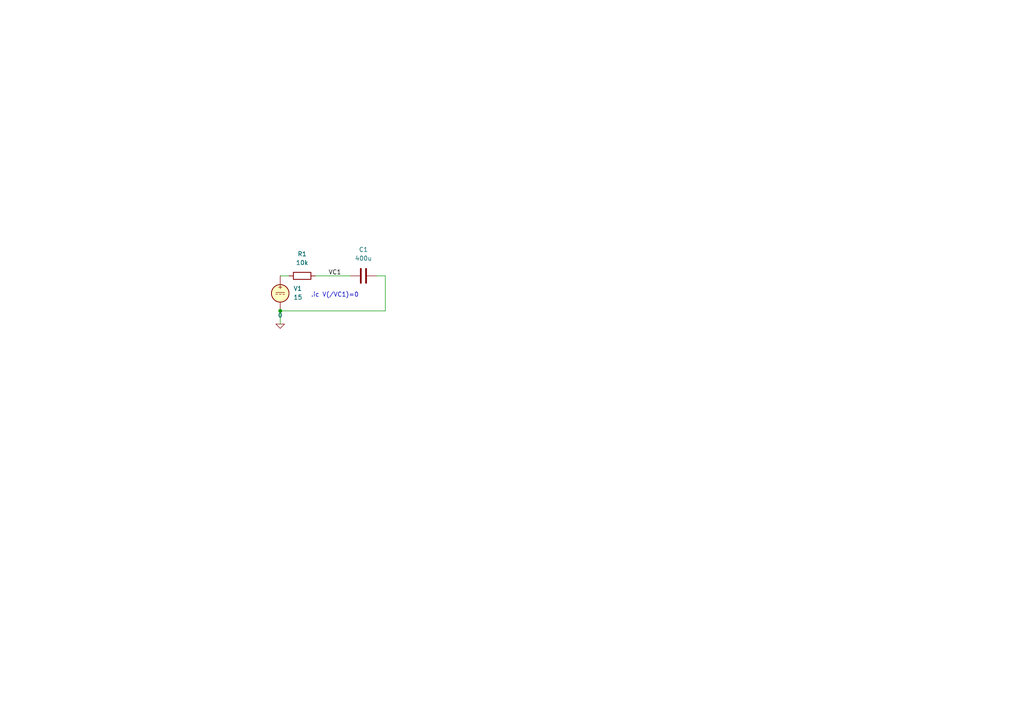
<source format=kicad_sch>
(kicad_sch (version 20230121) (generator eeschema)
  (paper "A4")
  (lib_symbols
    (symbol "Device:C" (pin_numbers hide) (pin_names (offset 0.254))
      (property "Reference" "C" (at 0.635 2.54 0))
      (property "Value" "C" (at 0.635 -2.54 0))
      (symbol "C_0_1"
        (polyline (pts (xy -2.032 -0.762) (xy 2.032 -0.762)) (stroke (width 0.508)))
        (polyline (pts (xy -2.032 0.762) (xy 2.032 0.762)) (stroke (width 0.508)))
      )
      (symbol "C_1_1"
        (pin passive line (at 0 3.81 270) (length 2.794) (name "~") (number "1"))
        (pin passive line (at 0 -3.81 90) (length 2.794) (name "~") (number "2"))
      )
    )
    (symbol "Device:R" (pin_numbers hide) (pin_names (offset 0))
      (property "Reference" "R" (at 2.032 0 90))
      (property "Value" "R" (at 0 0 90))
      (symbol "R_0_1"
        (rectangle (start -1.016 -2.54) (end 1.016 2.54) (stroke (width 0.254)))
      )
      (symbol "R_1_1"
        (pin passive line (at 0 3.81 270) (length 1.27) (name "~") (number "1"))
        (pin passive line (at 0 -3.81 90) (length 1.27) (name "~") (number "2"))
      )
    )
    (symbol "Simulation_SPICE:0" (power) (pin_names (offset 0))
      (property "Value" "0" (at 0 -1.778 0))
      (symbol "0_0_1"
        (polyline (pts (xy -1.27 0) (xy 0 -1.27) (xy 1.27 0) (xy -1.27 0)))
      )
      (symbol "0_1_1"
        (pin power_in line (at 0 0 0) (length 0) hide (name "0") (number "1"))
      )
    )
    (symbol "Simulation_SPICE:VDC" (pin_numbers hide) (pin_names (offset 0.0254))
      (property "Reference" "V" (at 2.54 2.54 0))
      (property "Value" "1" (at 2.54 0 0))
      (symbol "VDC_0_0"
        (polyline (pts (xy -1.27 0.254) (xy 1.27 0.254)))
        (polyline (pts (xy -0.762 -0.254) (xy -1.27 -0.254)))
        (polyline (pts (xy 0.254 -0.254) (xy -0.254 -0.254)))
        (polyline (pts (xy 1.27 -0.254) (xy 0.762 -0.254)))
        (text "+" (at 0 1.905 0) (effects (font (size 1.27 1.27))))
      )
      (symbol "VDC_0_1"
        (circle (center 0 0) (radius 2.54) (stroke (width 0.254)) (fill (type background)))
      )
      (symbol "VDC_1_1"
        (pin passive line (at 0 5.08 270) (length 2.54) (name "~") (number "1"))
        (pin passive line (at 0 -5.08 90) (length 2.54) (name "~") (number "2"))
      )
    )
  )
  (junction (at 81.28 90.17))
  (wire (pts (xy 81.28 80.01) (xy 83.82 80.01)))
  (wire (pts (xy 101.6 80.01) (xy 91.44 80.01)))
  (wire (pts (xy 111.76 80.01) (xy 111.76 90.17)))
  (wire (pts (xy 109.22 80.01) (xy 111.76 80.01)))
  (wire (pts (xy 81.28 93.98) (xy 81.28 90.17)))
  (wire (pts (xy 111.76 90.17) (xy 81.28 90.17)))
  (text ".ic V(/VC1)=0" (at 90.17 86.36 0) (effects (font (size 1.27 1.27)) (justify left bottom)))
  (label "VC1" (at 95.25 80.01 0))
  (symbol (lib_id "Simulation_SPICE:0") (at 81.28 93.98 0) (unit 1)
    (property "Reference" "#GND01" (effects hide))
    (property "Value" "0" (at 81.28 91.44 0))
  )
  (symbol (lib_id "Simulation_SPICE:VDC") (at 81.28 85.09 0) (unit 1)
    (property "Reference" "V1" (at 85.09 83.6902 0) (effects (justify left)))
    (property "Value" "15" (at 85.09 86.2302 0) (effects (justify left)))
    (property "Sim.Pins" "1=+ 2=-" (effects hide))
    (property "Sim.Type" "DC" (effects hide))
    (property "Sim.Device" "V" (effects hide))
  )
  (symbol (lib_id "Device:C") (at 105.41 80.01 90) (unit 1)
    (property "Reference" "C1" (at 105.41 72.39 90))
    (property "Value" "400u" (at 105.41 74.93 90))
  )
  (symbol (lib_id "Device:R") (at 87.63 80.01 270) (unit 1)
    (property "Reference" "R1" (at 87.63 73.66 90))
    (property "Value" "10k" (at 87.63 76.2 90))
  )
)
</source>
